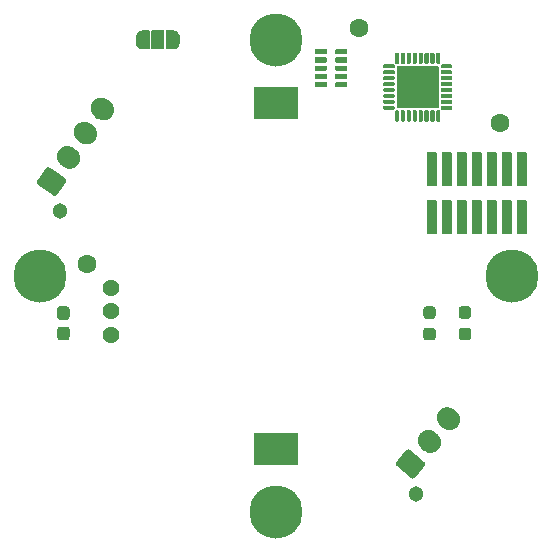
<source format=gbr>
%TF.GenerationSoftware,KiCad,Pcbnew,(5.1.9)-1*%
%TF.CreationDate,2022-04-02T11:09:43-04:00*%
%TF.ProjectId,Light_Sensor_schematic,4c696768-745f-4536-956e-736f725f7363,rev?*%
%TF.SameCoordinates,Original*%
%TF.FileFunction,Soldermask,Top*%
%TF.FilePolarity,Negative*%
%FSLAX46Y46*%
G04 Gerber Fmt 4.6, Leading zero omitted, Abs format (unit mm)*
G04 Created by KiCad (PCBNEW (5.1.9)-1) date 2022-04-02 11:09:43*
%MOMM*%
%LPD*%
G01*
G04 APERTURE LIST*
%ADD10C,4.501600*%
%ADD11C,0.801600*%
%ADD12C,1.431600*%
%ADD13C,1.301600*%
%ADD14C,0.100000*%
%ADD15C,1.601600*%
G04 APERTURE END LIST*
%TO.C,U2*%
G36*
G01*
X137769200Y-101427000D02*
X137769200Y-98637000D01*
G75*
G02*
X137820000Y-98586200I50800J0D01*
G01*
X138560000Y-98586200D01*
G75*
G02*
X138610800Y-98637000I0J-50800D01*
G01*
X138610800Y-101427000D01*
G75*
G02*
X138560000Y-101477800I-50800J0D01*
G01*
X137820000Y-101477800D01*
G75*
G02*
X137769200Y-101427000I0J50800D01*
G01*
G37*
G36*
G01*
X137769200Y-97363000D02*
X137769200Y-94573000D01*
G75*
G02*
X137820000Y-94522200I50800J0D01*
G01*
X138560000Y-94522200D01*
G75*
G02*
X138610800Y-94573000I0J-50800D01*
G01*
X138610800Y-97363000D01*
G75*
G02*
X138560000Y-97413800I-50800J0D01*
G01*
X137820000Y-97413800D01*
G75*
G02*
X137769200Y-97363000I0J50800D01*
G01*
G37*
G36*
G01*
X139039200Y-101427000D02*
X139039200Y-98637000D01*
G75*
G02*
X139090000Y-98586200I50800J0D01*
G01*
X139830000Y-98586200D01*
G75*
G02*
X139880800Y-98637000I0J-50800D01*
G01*
X139880800Y-101427000D01*
G75*
G02*
X139830000Y-101477800I-50800J0D01*
G01*
X139090000Y-101477800D01*
G75*
G02*
X139039200Y-101427000I0J50800D01*
G01*
G37*
G36*
G01*
X139039200Y-97363000D02*
X139039200Y-94573000D01*
G75*
G02*
X139090000Y-94522200I50800J0D01*
G01*
X139830000Y-94522200D01*
G75*
G02*
X139880800Y-94573000I0J-50800D01*
G01*
X139880800Y-97363000D01*
G75*
G02*
X139830000Y-97413800I-50800J0D01*
G01*
X139090000Y-97413800D01*
G75*
G02*
X139039200Y-97363000I0J50800D01*
G01*
G37*
G36*
G01*
X140309200Y-101427000D02*
X140309200Y-98637000D01*
G75*
G02*
X140360000Y-98586200I50800J0D01*
G01*
X141100000Y-98586200D01*
G75*
G02*
X141150800Y-98637000I0J-50800D01*
G01*
X141150800Y-101427000D01*
G75*
G02*
X141100000Y-101477800I-50800J0D01*
G01*
X140360000Y-101477800D01*
G75*
G02*
X140309200Y-101427000I0J50800D01*
G01*
G37*
G36*
G01*
X140309200Y-97363000D02*
X140309200Y-94573000D01*
G75*
G02*
X140360000Y-94522200I50800J0D01*
G01*
X141100000Y-94522200D01*
G75*
G02*
X141150800Y-94573000I0J-50800D01*
G01*
X141150800Y-97363000D01*
G75*
G02*
X141100000Y-97413800I-50800J0D01*
G01*
X140360000Y-97413800D01*
G75*
G02*
X140309200Y-97363000I0J50800D01*
G01*
G37*
G36*
G01*
X141579200Y-101427000D02*
X141579200Y-98637000D01*
G75*
G02*
X141630000Y-98586200I50800J0D01*
G01*
X142370000Y-98586200D01*
G75*
G02*
X142420800Y-98637000I0J-50800D01*
G01*
X142420800Y-101427000D01*
G75*
G02*
X142370000Y-101477800I-50800J0D01*
G01*
X141630000Y-101477800D01*
G75*
G02*
X141579200Y-101427000I0J50800D01*
G01*
G37*
G36*
G01*
X141579200Y-97363000D02*
X141579200Y-94573000D01*
G75*
G02*
X141630000Y-94522200I50800J0D01*
G01*
X142370000Y-94522200D01*
G75*
G02*
X142420800Y-94573000I0J-50800D01*
G01*
X142420800Y-97363000D01*
G75*
G02*
X142370000Y-97413800I-50800J0D01*
G01*
X141630000Y-97413800D01*
G75*
G02*
X141579200Y-97363000I0J50800D01*
G01*
G37*
G36*
G01*
X142849200Y-101427000D02*
X142849200Y-98637000D01*
G75*
G02*
X142900000Y-98586200I50800J0D01*
G01*
X143640000Y-98586200D01*
G75*
G02*
X143690800Y-98637000I0J-50800D01*
G01*
X143690800Y-101427000D01*
G75*
G02*
X143640000Y-101477800I-50800J0D01*
G01*
X142900000Y-101477800D01*
G75*
G02*
X142849200Y-101427000I0J50800D01*
G01*
G37*
G36*
G01*
X142849200Y-97363000D02*
X142849200Y-94573000D01*
G75*
G02*
X142900000Y-94522200I50800J0D01*
G01*
X143640000Y-94522200D01*
G75*
G02*
X143690800Y-94573000I0J-50800D01*
G01*
X143690800Y-97363000D01*
G75*
G02*
X143640000Y-97413800I-50800J0D01*
G01*
X142900000Y-97413800D01*
G75*
G02*
X142849200Y-97363000I0J50800D01*
G01*
G37*
G36*
G01*
X144119200Y-101427000D02*
X144119200Y-98637000D01*
G75*
G02*
X144170000Y-98586200I50800J0D01*
G01*
X144910000Y-98586200D01*
G75*
G02*
X144960800Y-98637000I0J-50800D01*
G01*
X144960800Y-101427000D01*
G75*
G02*
X144910000Y-101477800I-50800J0D01*
G01*
X144170000Y-101477800D01*
G75*
G02*
X144119200Y-101427000I0J50800D01*
G01*
G37*
G36*
G01*
X144119200Y-97363000D02*
X144119200Y-94573000D01*
G75*
G02*
X144170000Y-94522200I50800J0D01*
G01*
X144910000Y-94522200D01*
G75*
G02*
X144960800Y-94573000I0J-50800D01*
G01*
X144960800Y-97363000D01*
G75*
G02*
X144910000Y-97413800I-50800J0D01*
G01*
X144170000Y-97413800D01*
G75*
G02*
X144119200Y-97363000I0J50800D01*
G01*
G37*
G36*
G01*
X145389200Y-101427000D02*
X145389200Y-98637000D01*
G75*
G02*
X145440000Y-98586200I50800J0D01*
G01*
X146180000Y-98586200D01*
G75*
G02*
X146230800Y-98637000I0J-50800D01*
G01*
X146230800Y-101427000D01*
G75*
G02*
X146180000Y-101477800I-50800J0D01*
G01*
X145440000Y-101477800D01*
G75*
G02*
X145389200Y-101427000I0J50800D01*
G01*
G37*
G36*
G01*
X145389200Y-97363000D02*
X145389200Y-94573000D01*
G75*
G02*
X145440000Y-94522200I50800J0D01*
G01*
X146180000Y-94522200D01*
G75*
G02*
X146230800Y-94573000I0J-50800D01*
G01*
X146230800Y-97363000D01*
G75*
G02*
X146180000Y-97413800I-50800J0D01*
G01*
X145440000Y-97413800D01*
G75*
G02*
X145389200Y-97363000I0J50800D01*
G01*
G37*
%TD*%
%TO.C,U1*%
G36*
G01*
X134074200Y-87337900D02*
X134074200Y-87162100D01*
G75*
G02*
X134162100Y-87074200I87900J0D01*
G01*
X134962900Y-87074200D01*
G75*
G02*
X135050800Y-87162100I0J-87900D01*
G01*
X135050800Y-87337900D01*
G75*
G02*
X134962900Y-87425800I-87900J0D01*
G01*
X134162100Y-87425800D01*
G75*
G02*
X134074200Y-87337900I0J87900D01*
G01*
G37*
G36*
G01*
X134074200Y-87837900D02*
X134074200Y-87662100D01*
G75*
G02*
X134162100Y-87574200I87900J0D01*
G01*
X134962900Y-87574200D01*
G75*
G02*
X135050800Y-87662100I0J-87900D01*
G01*
X135050800Y-87837900D01*
G75*
G02*
X134962900Y-87925800I-87900J0D01*
G01*
X134162100Y-87925800D01*
G75*
G02*
X134074200Y-87837900I0J87900D01*
G01*
G37*
G36*
G01*
X134074200Y-88337900D02*
X134074200Y-88162100D01*
G75*
G02*
X134162100Y-88074200I87900J0D01*
G01*
X134962900Y-88074200D01*
G75*
G02*
X135050800Y-88162100I0J-87900D01*
G01*
X135050800Y-88337900D01*
G75*
G02*
X134962900Y-88425800I-87900J0D01*
G01*
X134162100Y-88425800D01*
G75*
G02*
X134074200Y-88337900I0J87900D01*
G01*
G37*
G36*
G01*
X134074200Y-88837900D02*
X134074200Y-88662100D01*
G75*
G02*
X134162100Y-88574200I87900J0D01*
G01*
X134962900Y-88574200D01*
G75*
G02*
X135050800Y-88662100I0J-87900D01*
G01*
X135050800Y-88837900D01*
G75*
G02*
X134962900Y-88925800I-87900J0D01*
G01*
X134162100Y-88925800D01*
G75*
G02*
X134074200Y-88837900I0J87900D01*
G01*
G37*
G36*
G01*
X134074200Y-89337900D02*
X134074200Y-89162100D01*
G75*
G02*
X134162100Y-89074200I87900J0D01*
G01*
X134962900Y-89074200D01*
G75*
G02*
X135050800Y-89162100I0J-87900D01*
G01*
X135050800Y-89337900D01*
G75*
G02*
X134962900Y-89425800I-87900J0D01*
G01*
X134162100Y-89425800D01*
G75*
G02*
X134074200Y-89337900I0J87900D01*
G01*
G37*
G36*
G01*
X134074200Y-89837900D02*
X134074200Y-89662100D01*
G75*
G02*
X134162100Y-89574200I87900J0D01*
G01*
X134962900Y-89574200D01*
G75*
G02*
X135050800Y-89662100I0J-87900D01*
G01*
X135050800Y-89837900D01*
G75*
G02*
X134962900Y-89925800I-87900J0D01*
G01*
X134162100Y-89925800D01*
G75*
G02*
X134074200Y-89837900I0J87900D01*
G01*
G37*
G36*
G01*
X134074200Y-90337900D02*
X134074200Y-90162100D01*
G75*
G02*
X134162100Y-90074200I87900J0D01*
G01*
X134962900Y-90074200D01*
G75*
G02*
X135050800Y-90162100I0J-87900D01*
G01*
X135050800Y-90337900D01*
G75*
G02*
X134962900Y-90425800I-87900J0D01*
G01*
X134162100Y-90425800D01*
G75*
G02*
X134074200Y-90337900I0J87900D01*
G01*
G37*
G36*
G01*
X134074200Y-90837900D02*
X134074200Y-90662100D01*
G75*
G02*
X134162100Y-90574200I87900J0D01*
G01*
X134962900Y-90574200D01*
G75*
G02*
X135050800Y-90662100I0J-87900D01*
G01*
X135050800Y-90837900D01*
G75*
G02*
X134962900Y-90925800I-87900J0D01*
G01*
X134162100Y-90925800D01*
G75*
G02*
X134074200Y-90837900I0J87900D01*
G01*
G37*
G36*
G01*
X135074200Y-91837900D02*
X135074200Y-91037100D01*
G75*
G02*
X135162100Y-90949200I87900J0D01*
G01*
X135337900Y-90949200D01*
G75*
G02*
X135425800Y-91037100I0J-87900D01*
G01*
X135425800Y-91837900D01*
G75*
G02*
X135337900Y-91925800I-87900J0D01*
G01*
X135162100Y-91925800D01*
G75*
G02*
X135074200Y-91837900I0J87900D01*
G01*
G37*
G36*
G01*
X135574200Y-91837900D02*
X135574200Y-91037100D01*
G75*
G02*
X135662100Y-90949200I87900J0D01*
G01*
X135837900Y-90949200D01*
G75*
G02*
X135925800Y-91037100I0J-87900D01*
G01*
X135925800Y-91837900D01*
G75*
G02*
X135837900Y-91925800I-87900J0D01*
G01*
X135662100Y-91925800D01*
G75*
G02*
X135574200Y-91837900I0J87900D01*
G01*
G37*
G36*
G01*
X136074200Y-91837900D02*
X136074200Y-91037100D01*
G75*
G02*
X136162100Y-90949200I87900J0D01*
G01*
X136337900Y-90949200D01*
G75*
G02*
X136425800Y-91037100I0J-87900D01*
G01*
X136425800Y-91837900D01*
G75*
G02*
X136337900Y-91925800I-87900J0D01*
G01*
X136162100Y-91925800D01*
G75*
G02*
X136074200Y-91837900I0J87900D01*
G01*
G37*
G36*
G01*
X136574200Y-91837900D02*
X136574200Y-91037100D01*
G75*
G02*
X136662100Y-90949200I87900J0D01*
G01*
X136837900Y-90949200D01*
G75*
G02*
X136925800Y-91037100I0J-87900D01*
G01*
X136925800Y-91837900D01*
G75*
G02*
X136837900Y-91925800I-87900J0D01*
G01*
X136662100Y-91925800D01*
G75*
G02*
X136574200Y-91837900I0J87900D01*
G01*
G37*
G36*
G01*
X137074200Y-91837900D02*
X137074200Y-91037100D01*
G75*
G02*
X137162100Y-90949200I87900J0D01*
G01*
X137337900Y-90949200D01*
G75*
G02*
X137425800Y-91037100I0J-87900D01*
G01*
X137425800Y-91837900D01*
G75*
G02*
X137337900Y-91925800I-87900J0D01*
G01*
X137162100Y-91925800D01*
G75*
G02*
X137074200Y-91837900I0J87900D01*
G01*
G37*
G36*
G01*
X137574200Y-91837900D02*
X137574200Y-91037100D01*
G75*
G02*
X137662100Y-90949200I87900J0D01*
G01*
X137837900Y-90949200D01*
G75*
G02*
X137925800Y-91037100I0J-87900D01*
G01*
X137925800Y-91837900D01*
G75*
G02*
X137837900Y-91925800I-87900J0D01*
G01*
X137662100Y-91925800D01*
G75*
G02*
X137574200Y-91837900I0J87900D01*
G01*
G37*
G36*
G01*
X138074200Y-91837900D02*
X138074200Y-91037100D01*
G75*
G02*
X138162100Y-90949200I87900J0D01*
G01*
X138337900Y-90949200D01*
G75*
G02*
X138425800Y-91037100I0J-87900D01*
G01*
X138425800Y-91837900D01*
G75*
G02*
X138337900Y-91925800I-87900J0D01*
G01*
X138162100Y-91925800D01*
G75*
G02*
X138074200Y-91837900I0J87900D01*
G01*
G37*
G36*
G01*
X138574200Y-91837900D02*
X138574200Y-91037100D01*
G75*
G02*
X138662100Y-90949200I87900J0D01*
G01*
X138837900Y-90949200D01*
G75*
G02*
X138925800Y-91037100I0J-87900D01*
G01*
X138925800Y-91837900D01*
G75*
G02*
X138837900Y-91925800I-87900J0D01*
G01*
X138662100Y-91925800D01*
G75*
G02*
X138574200Y-91837900I0J87900D01*
G01*
G37*
G36*
G01*
X138949200Y-90837900D02*
X138949200Y-90662100D01*
G75*
G02*
X139037100Y-90574200I87900J0D01*
G01*
X139837900Y-90574200D01*
G75*
G02*
X139925800Y-90662100I0J-87900D01*
G01*
X139925800Y-90837900D01*
G75*
G02*
X139837900Y-90925800I-87900J0D01*
G01*
X139037100Y-90925800D01*
G75*
G02*
X138949200Y-90837900I0J87900D01*
G01*
G37*
G36*
G01*
X138949200Y-90337900D02*
X138949200Y-90162100D01*
G75*
G02*
X139037100Y-90074200I87900J0D01*
G01*
X139837900Y-90074200D01*
G75*
G02*
X139925800Y-90162100I0J-87900D01*
G01*
X139925800Y-90337900D01*
G75*
G02*
X139837900Y-90425800I-87900J0D01*
G01*
X139037100Y-90425800D01*
G75*
G02*
X138949200Y-90337900I0J87900D01*
G01*
G37*
G36*
G01*
X138949200Y-89837900D02*
X138949200Y-89662100D01*
G75*
G02*
X139037100Y-89574200I87900J0D01*
G01*
X139837900Y-89574200D01*
G75*
G02*
X139925800Y-89662100I0J-87900D01*
G01*
X139925800Y-89837900D01*
G75*
G02*
X139837900Y-89925800I-87900J0D01*
G01*
X139037100Y-89925800D01*
G75*
G02*
X138949200Y-89837900I0J87900D01*
G01*
G37*
G36*
G01*
X138949200Y-89337900D02*
X138949200Y-89162100D01*
G75*
G02*
X139037100Y-89074200I87900J0D01*
G01*
X139837900Y-89074200D01*
G75*
G02*
X139925800Y-89162100I0J-87900D01*
G01*
X139925800Y-89337900D01*
G75*
G02*
X139837900Y-89425800I-87900J0D01*
G01*
X139037100Y-89425800D01*
G75*
G02*
X138949200Y-89337900I0J87900D01*
G01*
G37*
G36*
G01*
X138949200Y-88837900D02*
X138949200Y-88662100D01*
G75*
G02*
X139037100Y-88574200I87900J0D01*
G01*
X139837900Y-88574200D01*
G75*
G02*
X139925800Y-88662100I0J-87900D01*
G01*
X139925800Y-88837900D01*
G75*
G02*
X139837900Y-88925800I-87900J0D01*
G01*
X139037100Y-88925800D01*
G75*
G02*
X138949200Y-88837900I0J87900D01*
G01*
G37*
G36*
G01*
X138949200Y-88337900D02*
X138949200Y-88162100D01*
G75*
G02*
X139037100Y-88074200I87900J0D01*
G01*
X139837900Y-88074200D01*
G75*
G02*
X139925800Y-88162100I0J-87900D01*
G01*
X139925800Y-88337900D01*
G75*
G02*
X139837900Y-88425800I-87900J0D01*
G01*
X139037100Y-88425800D01*
G75*
G02*
X138949200Y-88337900I0J87900D01*
G01*
G37*
G36*
G01*
X138949200Y-87837900D02*
X138949200Y-87662100D01*
G75*
G02*
X139037100Y-87574200I87900J0D01*
G01*
X139837900Y-87574200D01*
G75*
G02*
X139925800Y-87662100I0J-87900D01*
G01*
X139925800Y-87837900D01*
G75*
G02*
X139837900Y-87925800I-87900J0D01*
G01*
X139037100Y-87925800D01*
G75*
G02*
X138949200Y-87837900I0J87900D01*
G01*
G37*
G36*
G01*
X138949200Y-87337900D02*
X138949200Y-87162100D01*
G75*
G02*
X139037100Y-87074200I87900J0D01*
G01*
X139837900Y-87074200D01*
G75*
G02*
X139925800Y-87162100I0J-87900D01*
G01*
X139925800Y-87337900D01*
G75*
G02*
X139837900Y-87425800I-87900J0D01*
G01*
X139037100Y-87425800D01*
G75*
G02*
X138949200Y-87337900I0J87900D01*
G01*
G37*
G36*
G01*
X138574200Y-86962900D02*
X138574200Y-86162100D01*
G75*
G02*
X138662100Y-86074200I87900J0D01*
G01*
X138837900Y-86074200D01*
G75*
G02*
X138925800Y-86162100I0J-87900D01*
G01*
X138925800Y-86962900D01*
G75*
G02*
X138837900Y-87050800I-87900J0D01*
G01*
X138662100Y-87050800D01*
G75*
G02*
X138574200Y-86962900I0J87900D01*
G01*
G37*
G36*
G01*
X138074200Y-86962900D02*
X138074200Y-86162100D01*
G75*
G02*
X138162100Y-86074200I87900J0D01*
G01*
X138337900Y-86074200D01*
G75*
G02*
X138425800Y-86162100I0J-87900D01*
G01*
X138425800Y-86962900D01*
G75*
G02*
X138337900Y-87050800I-87900J0D01*
G01*
X138162100Y-87050800D01*
G75*
G02*
X138074200Y-86962900I0J87900D01*
G01*
G37*
G36*
G01*
X137574200Y-86962900D02*
X137574200Y-86162100D01*
G75*
G02*
X137662100Y-86074200I87900J0D01*
G01*
X137837900Y-86074200D01*
G75*
G02*
X137925800Y-86162100I0J-87900D01*
G01*
X137925800Y-86962900D01*
G75*
G02*
X137837900Y-87050800I-87900J0D01*
G01*
X137662100Y-87050800D01*
G75*
G02*
X137574200Y-86962900I0J87900D01*
G01*
G37*
G36*
G01*
X137074200Y-86962900D02*
X137074200Y-86162100D01*
G75*
G02*
X137162100Y-86074200I87900J0D01*
G01*
X137337900Y-86074200D01*
G75*
G02*
X137425800Y-86162100I0J-87900D01*
G01*
X137425800Y-86962900D01*
G75*
G02*
X137337900Y-87050800I-87900J0D01*
G01*
X137162100Y-87050800D01*
G75*
G02*
X137074200Y-86962900I0J87900D01*
G01*
G37*
G36*
G01*
X136574200Y-86962900D02*
X136574200Y-86162100D01*
G75*
G02*
X136662100Y-86074200I87900J0D01*
G01*
X136837900Y-86074200D01*
G75*
G02*
X136925800Y-86162100I0J-87900D01*
G01*
X136925800Y-86962900D01*
G75*
G02*
X136837900Y-87050800I-87900J0D01*
G01*
X136662100Y-87050800D01*
G75*
G02*
X136574200Y-86962900I0J87900D01*
G01*
G37*
G36*
G01*
X136074200Y-86962900D02*
X136074200Y-86162100D01*
G75*
G02*
X136162100Y-86074200I87900J0D01*
G01*
X136337900Y-86074200D01*
G75*
G02*
X136425800Y-86162100I0J-87900D01*
G01*
X136425800Y-86962900D01*
G75*
G02*
X136337900Y-87050800I-87900J0D01*
G01*
X136162100Y-87050800D01*
G75*
G02*
X136074200Y-86962900I0J87900D01*
G01*
G37*
G36*
G01*
X135574200Y-86962900D02*
X135574200Y-86162100D01*
G75*
G02*
X135662100Y-86074200I87900J0D01*
G01*
X135837900Y-86074200D01*
G75*
G02*
X135925800Y-86162100I0J-87900D01*
G01*
X135925800Y-86962900D01*
G75*
G02*
X135837900Y-87050800I-87900J0D01*
G01*
X135662100Y-87050800D01*
G75*
G02*
X135574200Y-86962900I0J87900D01*
G01*
G37*
G36*
G01*
X135074200Y-86962900D02*
X135074200Y-86162100D01*
G75*
G02*
X135162100Y-86074200I87900J0D01*
G01*
X135337900Y-86074200D01*
G75*
G02*
X135425800Y-86162100I0J-87900D01*
G01*
X135425800Y-86962900D01*
G75*
G02*
X135337900Y-87050800I-87900J0D01*
G01*
X135162100Y-87050800D01*
G75*
G02*
X135074200Y-86962900I0J87900D01*
G01*
G37*
G36*
G01*
X135224200Y-90725000D02*
X135224200Y-87275000D01*
G75*
G02*
X135275000Y-87224200I50800J0D01*
G01*
X138725000Y-87224200D01*
G75*
G02*
X138775800Y-87275000I0J-50800D01*
G01*
X138775800Y-90725000D01*
G75*
G02*
X138725000Y-90775800I-50800J0D01*
G01*
X135275000Y-90775800D01*
G75*
G02*
X135224200Y-90725000I0J50800D01*
G01*
G37*
%TD*%
%TO.C,BT1*%
G36*
G01*
X126800000Y-121000800D02*
X123200000Y-121000800D01*
G75*
G02*
X123149200Y-120950000I0J50800D01*
G01*
X123149200Y-118350000D01*
G75*
G02*
X123200000Y-118299200I50800J0D01*
G01*
X126800000Y-118299200D01*
G75*
G02*
X126850800Y-118350000I0J-50800D01*
G01*
X126850800Y-120950000D01*
G75*
G02*
X126800000Y-121000800I-50800J0D01*
G01*
G37*
G36*
G01*
X126800000Y-91700800D02*
X123200000Y-91700800D01*
G75*
G02*
X123149200Y-91650000I0J50800D01*
G01*
X123149200Y-89050000D01*
G75*
G02*
X123200000Y-88999200I50800J0D01*
G01*
X126800000Y-88999200D01*
G75*
G02*
X126850800Y-89050000I0J-50800D01*
G01*
X126850800Y-91650000D01*
G75*
G02*
X126800000Y-91700800I-50800J0D01*
G01*
G37*
%TD*%
%TO.C,C1*%
G36*
G01*
X106737100Y-107549200D02*
X107262900Y-107549200D01*
G75*
G02*
X107525800Y-107812100I0J-262900D01*
G01*
X107525800Y-108462900D01*
G75*
G02*
X107262900Y-108725800I-262900J0D01*
G01*
X106737100Y-108725800D01*
G75*
G02*
X106474200Y-108462900I0J262900D01*
G01*
X106474200Y-107812100D01*
G75*
G02*
X106737100Y-107549200I262900J0D01*
G01*
G37*
G36*
G01*
X106737100Y-109274200D02*
X107262900Y-109274200D01*
G75*
G02*
X107525800Y-109537100I0J-262900D01*
G01*
X107525800Y-110187900D01*
G75*
G02*
X107262900Y-110450800I-262900J0D01*
G01*
X106737100Y-110450800D01*
G75*
G02*
X106474200Y-110187900I0J262900D01*
G01*
X106474200Y-109537100D01*
G75*
G02*
X106737100Y-109274200I262900J0D01*
G01*
G37*
%TD*%
D10*
%TO.C,H1*%
X125000000Y-125000000D03*
D11*
X126650000Y-125000000D03*
X126166726Y-126166726D03*
X125000000Y-126650000D03*
X123833274Y-126166726D03*
X123350000Y-125000000D03*
X123833274Y-123833274D03*
X125000000Y-123350000D03*
X126166726Y-123833274D03*
%TD*%
%TO.C,H2*%
X126166726Y-83833274D03*
X125000000Y-83350000D03*
X123833274Y-83833274D03*
X123350000Y-85000000D03*
X123833274Y-86166726D03*
X125000000Y-86650000D03*
X126166726Y-86166726D03*
X126650000Y-85000000D03*
D10*
X125000000Y-85000000D03*
%TD*%
%TO.C,H3*%
X145000000Y-105000000D03*
D11*
X146650000Y-105000000D03*
X146166726Y-106166726D03*
X145000000Y-106650000D03*
X143833274Y-106166726D03*
X143350000Y-105000000D03*
X143833274Y-103833274D03*
X145000000Y-103350000D03*
X146166726Y-103833274D03*
%TD*%
%TO.C,H4*%
X106166726Y-103833274D03*
X105000000Y-103350000D03*
X103833274Y-103833274D03*
X103350000Y-105000000D03*
X103833274Y-106166726D03*
X105000000Y-106650000D03*
X106166726Y-106166726D03*
X106650000Y-105000000D03*
D10*
X105000000Y-105000000D03*
%TD*%
D12*
%TO.C,IC1*%
X111000000Y-110000000D03*
X111000000Y-108000000D03*
X111000000Y-106000000D03*
%TD*%
%TO.C,J1*%
G36*
G01*
X136396860Y-122094235D02*
X135231156Y-121116094D01*
G75*
G02*
X135198500Y-120742836I170301J202957D01*
G01*
X136015944Y-119768643D01*
G75*
G02*
X136389202Y-119735987I202957J-170301D01*
G01*
X137554906Y-120714128D01*
G75*
G02*
X137587562Y-121087386I-170301J-202957D01*
G01*
X136770118Y-122061579D01*
G75*
G02*
X136396860Y-122094235I-202957J170301D01*
G01*
G37*
G36*
G01*
X137516733Y-119770401D02*
X137325221Y-119609705D01*
G75*
G02*
X137214191Y-118340629I579023J690053D01*
G01*
X137214191Y-118340629D01*
G75*
G02*
X138483267Y-118229599I690053J-579023D01*
G01*
X138674779Y-118390295D01*
G75*
G02*
X138785809Y-119659371I-579023J-690053D01*
G01*
X138785809Y-119659371D01*
G75*
G02*
X137516733Y-119770401I-690053J579023D01*
G01*
G37*
G36*
G01*
X139123702Y-117855290D02*
X138932190Y-117694594D01*
G75*
G02*
X138821160Y-116425518I579023J690053D01*
G01*
X138821160Y-116425518D01*
G75*
G02*
X140090236Y-116314488I690053J-579023D01*
G01*
X140281748Y-116475184D01*
G75*
G02*
X140392778Y-117744260I-579023J-690053D01*
G01*
X140392778Y-117744260D01*
G75*
G02*
X139123702Y-117855290I-690053J579023D01*
G01*
G37*
D13*
X136896660Y-123426357D03*
%TD*%
%TO.C,J3*%
G36*
G01*
X106106581Y-98174303D02*
X104860063Y-97301481D01*
G75*
G02*
X104795000Y-96932490I151964J217027D01*
G01*
X105524428Y-95890760D01*
G75*
G02*
X105893419Y-95825697I217027J-151964D01*
G01*
X107139937Y-96698519D01*
G75*
G02*
X107205000Y-97067510I-151964J-217027D01*
G01*
X106475572Y-98109240D01*
G75*
G02*
X106106581Y-98174303I-217027J151964D01*
G01*
G37*
G36*
G01*
X107019657Y-95761709D02*
X106814869Y-95618315D01*
G75*
G02*
X106593655Y-94363745I516678J737892D01*
G01*
X106593655Y-94363745D01*
G75*
G02*
X107848225Y-94142531I737892J-516678D01*
G01*
X108053013Y-94285925D01*
G75*
G02*
X108274227Y-95540495I-516678J-737892D01*
G01*
X108274227Y-95540495D01*
G75*
G02*
X107019657Y-95761709I-737892J516678D01*
G01*
G37*
G36*
G01*
X108453598Y-93713829D02*
X108248810Y-93570435D01*
G75*
G02*
X108027596Y-92315865I516678J737892D01*
G01*
X108027596Y-92315865D01*
G75*
G02*
X109282166Y-92094651I737892J-516678D01*
G01*
X109486954Y-92238045D01*
G75*
G02*
X109708168Y-93492615I-516678J-737892D01*
G01*
X109708168Y-93492615D01*
G75*
G02*
X108453598Y-93713829I-737892J516678D01*
G01*
G37*
G36*
G01*
X109887539Y-91665949D02*
X109682751Y-91522555D01*
G75*
G02*
X109461537Y-90267985I516678J737892D01*
G01*
X109461537Y-90267985D01*
G75*
G02*
X110716107Y-90046771I737892J-516678D01*
G01*
X110920895Y-90190165D01*
G75*
G02*
X111142109Y-91444735I-516678J-737892D01*
G01*
X111142109Y-91444735D01*
G75*
G02*
X109887539Y-91665949I-737892J516678D01*
G01*
G37*
X106720582Y-99457796D03*
%TD*%
D14*
%TO.C,JP2*%
G36*
X115740089Y-85799824D02*
G01*
X115730560Y-85796933D01*
X115721777Y-85792239D01*
X115714079Y-85785921D01*
X115707761Y-85778223D01*
X115703067Y-85769440D01*
X115700176Y-85759911D01*
X115699200Y-85750000D01*
X115699200Y-84250000D01*
X115700176Y-84240089D01*
X115703067Y-84230560D01*
X115707761Y-84221777D01*
X115714079Y-84214079D01*
X115721777Y-84207761D01*
X115730560Y-84203067D01*
X115740089Y-84200176D01*
X115750000Y-84199200D01*
X116300000Y-84199200D01*
X116306113Y-84199802D01*
X116324534Y-84199802D01*
X116329514Y-84200047D01*
X116378345Y-84204857D01*
X116383275Y-84205588D01*
X116431400Y-84215160D01*
X116436237Y-84216372D01*
X116483192Y-84230616D01*
X116487885Y-84232295D01*
X116533218Y-84251072D01*
X116537726Y-84253204D01*
X116580999Y-84276335D01*
X116585273Y-84278897D01*
X116626072Y-84306157D01*
X116630077Y-84309127D01*
X116668006Y-84340255D01*
X116671700Y-84343603D01*
X116706397Y-84378300D01*
X116709745Y-84381994D01*
X116740873Y-84419923D01*
X116743843Y-84423928D01*
X116771103Y-84464727D01*
X116773665Y-84469001D01*
X116796796Y-84512274D01*
X116798928Y-84516782D01*
X116817705Y-84562115D01*
X116819384Y-84566808D01*
X116833628Y-84613763D01*
X116834840Y-84618600D01*
X116844412Y-84666725D01*
X116845143Y-84671655D01*
X116849953Y-84720486D01*
X116850198Y-84725466D01*
X116850198Y-84743887D01*
X116850800Y-84750000D01*
X116850800Y-85250000D01*
X116850198Y-85256113D01*
X116850198Y-85274534D01*
X116849953Y-85279514D01*
X116845143Y-85328345D01*
X116844412Y-85333275D01*
X116834840Y-85381400D01*
X116833628Y-85386237D01*
X116819384Y-85433192D01*
X116817705Y-85437885D01*
X116798928Y-85483218D01*
X116796796Y-85487726D01*
X116773665Y-85530999D01*
X116771103Y-85535273D01*
X116743843Y-85576072D01*
X116740873Y-85580077D01*
X116709745Y-85618006D01*
X116706397Y-85621700D01*
X116671700Y-85656397D01*
X116668006Y-85659745D01*
X116630077Y-85690873D01*
X116626072Y-85693843D01*
X116585273Y-85721103D01*
X116580999Y-85723665D01*
X116537726Y-85746796D01*
X116533218Y-85748928D01*
X116487885Y-85767705D01*
X116483192Y-85769384D01*
X116436237Y-85783628D01*
X116431400Y-85784840D01*
X116383275Y-85794412D01*
X116378345Y-85795143D01*
X116329514Y-85799953D01*
X116324534Y-85800198D01*
X116306113Y-85800198D01*
X116300000Y-85800800D01*
X115750000Y-85800800D01*
X115740089Y-85799824D01*
G37*
G36*
X113693887Y-85800198D02*
G01*
X113675466Y-85800198D01*
X113670486Y-85799953D01*
X113621655Y-85795143D01*
X113616725Y-85794412D01*
X113568600Y-85784840D01*
X113563763Y-85783628D01*
X113516808Y-85769384D01*
X113512115Y-85767705D01*
X113466782Y-85748928D01*
X113462274Y-85746796D01*
X113419001Y-85723665D01*
X113414727Y-85721103D01*
X113373928Y-85693843D01*
X113369923Y-85690873D01*
X113331994Y-85659745D01*
X113328300Y-85656397D01*
X113293603Y-85621700D01*
X113290255Y-85618006D01*
X113259127Y-85580077D01*
X113256157Y-85576072D01*
X113228897Y-85535273D01*
X113226335Y-85530999D01*
X113203204Y-85487726D01*
X113201072Y-85483218D01*
X113182295Y-85437885D01*
X113180616Y-85433192D01*
X113166372Y-85386237D01*
X113165160Y-85381400D01*
X113155588Y-85333275D01*
X113154857Y-85328345D01*
X113150047Y-85279514D01*
X113149802Y-85274534D01*
X113149802Y-85256113D01*
X113149200Y-85250000D01*
X113149200Y-84750000D01*
X113149802Y-84743887D01*
X113149802Y-84725466D01*
X113150047Y-84720486D01*
X113154857Y-84671655D01*
X113155588Y-84666725D01*
X113165160Y-84618600D01*
X113166372Y-84613763D01*
X113180616Y-84566808D01*
X113182295Y-84562115D01*
X113201072Y-84516782D01*
X113203204Y-84512274D01*
X113226335Y-84469001D01*
X113228897Y-84464727D01*
X113256157Y-84423928D01*
X113259127Y-84419923D01*
X113290255Y-84381994D01*
X113293603Y-84378300D01*
X113328300Y-84343603D01*
X113331994Y-84340255D01*
X113369923Y-84309127D01*
X113373928Y-84306157D01*
X113414727Y-84278897D01*
X113419001Y-84276335D01*
X113462274Y-84253204D01*
X113466782Y-84251072D01*
X113512115Y-84232295D01*
X113516808Y-84230616D01*
X113563763Y-84216372D01*
X113568600Y-84215160D01*
X113616725Y-84205588D01*
X113621655Y-84204857D01*
X113670486Y-84200047D01*
X113675466Y-84199802D01*
X113693887Y-84199802D01*
X113700000Y-84199200D01*
X114250000Y-84199200D01*
X114259911Y-84200176D01*
X114269440Y-84203067D01*
X114278223Y-84207761D01*
X114285921Y-84214079D01*
X114292239Y-84221777D01*
X114296933Y-84230560D01*
X114299824Y-84240089D01*
X114300800Y-84250000D01*
X114300800Y-85750000D01*
X114299824Y-85759911D01*
X114296933Y-85769440D01*
X114292239Y-85778223D01*
X114285921Y-85785921D01*
X114278223Y-85792239D01*
X114269440Y-85796933D01*
X114259911Y-85799824D01*
X114250000Y-85800800D01*
X113700000Y-85800800D01*
X113693887Y-85800198D01*
G37*
G36*
G01*
X115550800Y-84250000D02*
X115550800Y-85750000D01*
G75*
G02*
X115500000Y-85800800I-50800J0D01*
G01*
X114500000Y-85800800D01*
G75*
G02*
X114449200Y-85750000I0J50800D01*
G01*
X114449200Y-84250000D01*
G75*
G02*
X114500000Y-84199200I50800J0D01*
G01*
X115500000Y-84199200D01*
G75*
G02*
X115550800Y-84250000I0J-50800D01*
G01*
G37*
%TD*%
%TO.C,R3*%
G36*
G01*
X141262900Y-110450800D02*
X140737100Y-110450800D01*
G75*
G02*
X140474200Y-110187900I0J262900D01*
G01*
X140474200Y-109637100D01*
G75*
G02*
X140737100Y-109374200I262900J0D01*
G01*
X141262900Y-109374200D01*
G75*
G02*
X141525800Y-109637100I0J-262900D01*
G01*
X141525800Y-110187900D01*
G75*
G02*
X141262900Y-110450800I-262900J0D01*
G01*
G37*
G36*
G01*
X141262900Y-108625800D02*
X140737100Y-108625800D01*
G75*
G02*
X140474200Y-108362900I0J262900D01*
G01*
X140474200Y-107812100D01*
G75*
G02*
X140737100Y-107549200I262900J0D01*
G01*
X141262900Y-107549200D01*
G75*
G02*
X141525800Y-107812100I0J-262900D01*
G01*
X141525800Y-108362900D01*
G75*
G02*
X141262900Y-108625800I-262900J0D01*
G01*
G37*
%TD*%
%TO.C,R4*%
G36*
G01*
X138262900Y-108625800D02*
X137737100Y-108625800D01*
G75*
G02*
X137474200Y-108362900I0J262900D01*
G01*
X137474200Y-107812100D01*
G75*
G02*
X137737100Y-107549200I262900J0D01*
G01*
X138262900Y-107549200D01*
G75*
G02*
X138525800Y-107812100I0J-262900D01*
G01*
X138525800Y-108362900D01*
G75*
G02*
X138262900Y-108625800I-262900J0D01*
G01*
G37*
G36*
G01*
X138262900Y-110450800D02*
X137737100Y-110450800D01*
G75*
G02*
X137474200Y-110187900I0J262900D01*
G01*
X137474200Y-109637100D01*
G75*
G02*
X137737100Y-109374200I262900J0D01*
G01*
X138262900Y-109374200D01*
G75*
G02*
X138525800Y-109637100I0J-262900D01*
G01*
X138525800Y-110187900D01*
G75*
G02*
X138262900Y-110450800I-262900J0D01*
G01*
G37*
%TD*%
D15*
%TO.C,TP1*%
X144000000Y-92000000D03*
%TD*%
%TO.C,TP2*%
X132000000Y-84000000D03*
%TD*%
%TO.C,TP6*%
X109000000Y-104000000D03*
%TD*%
%TO.C,U3*%
G36*
G01*
X128299200Y-86175000D02*
X128299200Y-85825000D01*
G75*
G02*
X128350000Y-85774200I50800J0D01*
G01*
X129250000Y-85774200D01*
G75*
G02*
X129300800Y-85825000I0J-50800D01*
G01*
X129300800Y-86175000D01*
G75*
G02*
X129250000Y-86225800I-50800J0D01*
G01*
X128350000Y-86225800D01*
G75*
G02*
X128299200Y-86175000I0J50800D01*
G01*
G37*
G36*
G01*
X130039200Y-86175000D02*
X130039200Y-85825000D01*
G75*
G02*
X130090000Y-85774200I50800J0D01*
G01*
X130990000Y-85774200D01*
G75*
G02*
X131040800Y-85825000I0J-50800D01*
G01*
X131040800Y-86175000D01*
G75*
G02*
X130990000Y-86225800I-50800J0D01*
G01*
X130090000Y-86225800D01*
G75*
G02*
X130039200Y-86175000I0J50800D01*
G01*
G37*
G36*
G01*
X128299200Y-86875000D02*
X128299200Y-86525000D01*
G75*
G02*
X128350000Y-86474200I50800J0D01*
G01*
X129250000Y-86474200D01*
G75*
G02*
X129300800Y-86525000I0J-50800D01*
G01*
X129300800Y-86875000D01*
G75*
G02*
X129250000Y-86925800I-50800J0D01*
G01*
X128350000Y-86925800D01*
G75*
G02*
X128299200Y-86875000I0J50800D01*
G01*
G37*
G36*
G01*
X130039200Y-86875000D02*
X130039200Y-86525000D01*
G75*
G02*
X130090000Y-86474200I50800J0D01*
G01*
X130990000Y-86474200D01*
G75*
G02*
X131040800Y-86525000I0J-50800D01*
G01*
X131040800Y-86875000D01*
G75*
G02*
X130990000Y-86925800I-50800J0D01*
G01*
X130090000Y-86925800D01*
G75*
G02*
X130039200Y-86875000I0J50800D01*
G01*
G37*
G36*
G01*
X128299200Y-87575000D02*
X128299200Y-87225000D01*
G75*
G02*
X128350000Y-87174200I50800J0D01*
G01*
X129250000Y-87174200D01*
G75*
G02*
X129300800Y-87225000I0J-50800D01*
G01*
X129300800Y-87575000D01*
G75*
G02*
X129250000Y-87625800I-50800J0D01*
G01*
X128350000Y-87625800D01*
G75*
G02*
X128299200Y-87575000I0J50800D01*
G01*
G37*
G36*
G01*
X130039200Y-87575000D02*
X130039200Y-87225000D01*
G75*
G02*
X130090000Y-87174200I50800J0D01*
G01*
X130990000Y-87174200D01*
G75*
G02*
X131040800Y-87225000I0J-50800D01*
G01*
X131040800Y-87575000D01*
G75*
G02*
X130990000Y-87625800I-50800J0D01*
G01*
X130090000Y-87625800D01*
G75*
G02*
X130039200Y-87575000I0J50800D01*
G01*
G37*
G36*
G01*
X128299200Y-88275000D02*
X128299200Y-87925000D01*
G75*
G02*
X128350000Y-87874200I50800J0D01*
G01*
X129250000Y-87874200D01*
G75*
G02*
X129300800Y-87925000I0J-50800D01*
G01*
X129300800Y-88275000D01*
G75*
G02*
X129250000Y-88325800I-50800J0D01*
G01*
X128350000Y-88325800D01*
G75*
G02*
X128299200Y-88275000I0J50800D01*
G01*
G37*
G36*
G01*
X130039200Y-88275000D02*
X130039200Y-87925000D01*
G75*
G02*
X130090000Y-87874200I50800J0D01*
G01*
X130990000Y-87874200D01*
G75*
G02*
X131040800Y-87925000I0J-50800D01*
G01*
X131040800Y-88275000D01*
G75*
G02*
X130990000Y-88325800I-50800J0D01*
G01*
X130090000Y-88325800D01*
G75*
G02*
X130039200Y-88275000I0J50800D01*
G01*
G37*
G36*
G01*
X128299200Y-88975000D02*
X128299200Y-88625000D01*
G75*
G02*
X128350000Y-88574200I50800J0D01*
G01*
X129250000Y-88574200D01*
G75*
G02*
X129300800Y-88625000I0J-50800D01*
G01*
X129300800Y-88975000D01*
G75*
G02*
X129250000Y-89025800I-50800J0D01*
G01*
X128350000Y-89025800D01*
G75*
G02*
X128299200Y-88975000I0J50800D01*
G01*
G37*
G36*
G01*
X130039200Y-88975000D02*
X130039200Y-88625000D01*
G75*
G02*
X130090000Y-88574200I50800J0D01*
G01*
X130990000Y-88574200D01*
G75*
G02*
X131040800Y-88625000I0J-50800D01*
G01*
X131040800Y-88975000D01*
G75*
G02*
X130990000Y-89025800I-50800J0D01*
G01*
X130090000Y-89025800D01*
G75*
G02*
X130039200Y-88975000I0J50800D01*
G01*
G37*
%TD*%
M02*

</source>
